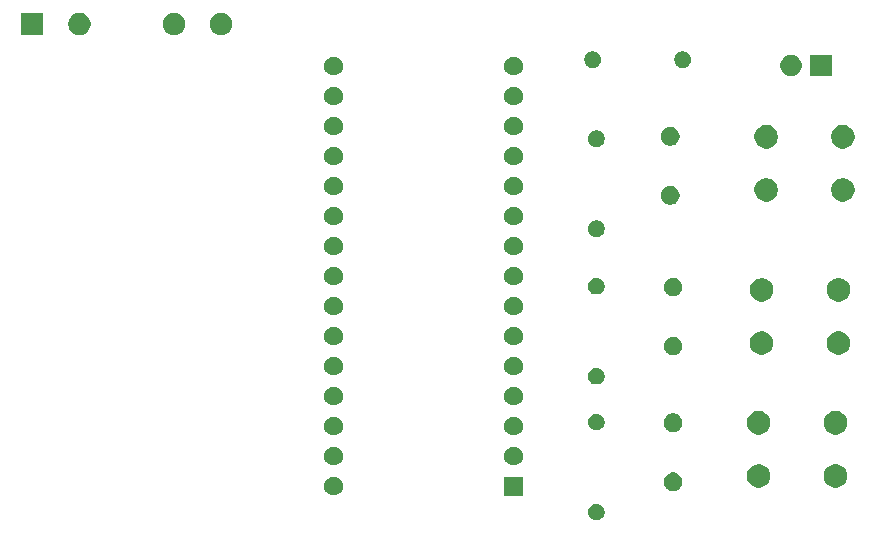
<source format=gbs>
G04 #@! TF.GenerationSoftware,KiCad,Pcbnew,9.0.4*
G04 #@! TF.CreationDate,2025-10-12T14:45:46+03:00*
G04 #@! TF.ProjectId,test_work_1,74657374-5f77-46f7-926b-5f312e6b6963,rev?*
G04 #@! TF.SameCoordinates,Original*
G04 #@! TF.FileFunction,Soldermask,Bot*
G04 #@! TF.FilePolarity,Negative*
%FSLAX46Y46*%
G04 Gerber Fmt 4.6, Leading zero omitted, Abs format (unit mm)*
G04 Created by KiCad (PCBNEW 9.0.4) date 2025-10-12 14:45:46*
%MOMM*%
%LPD*%
G01*
G04 APERTURE LIST*
G04 APERTURE END LIST*
G36*
X152703199Y-104640142D02*
G01*
X152829978Y-104692655D01*
X152944075Y-104768893D01*
X153041107Y-104865925D01*
X153117345Y-104980022D01*
X153169858Y-105106801D01*
X153196629Y-105241388D01*
X153196629Y-105378612D01*
X153169858Y-105513199D01*
X153117345Y-105639978D01*
X153041107Y-105754075D01*
X152944075Y-105851107D01*
X152829978Y-105927345D01*
X152703199Y-105979858D01*
X152568612Y-106006629D01*
X152431388Y-106006629D01*
X152296801Y-105979858D01*
X152170022Y-105927345D01*
X152055925Y-105851107D01*
X151958893Y-105754075D01*
X151882655Y-105639978D01*
X151830142Y-105513199D01*
X151803371Y-105378612D01*
X151803371Y-105241388D01*
X151830142Y-105106801D01*
X151882655Y-104980022D01*
X151958893Y-104865925D01*
X152055925Y-104768893D01*
X152170022Y-104692655D01*
X152296801Y-104640142D01*
X152431388Y-104613371D01*
X152568612Y-104613371D01*
X152703199Y-104640142D01*
G37*
G36*
X146290000Y-103910000D02*
G01*
X144690000Y-103910000D01*
X144690000Y-102310000D01*
X146290000Y-102310000D01*
X146290000Y-103910000D01*
G37*
G36*
X130482228Y-102344448D02*
G01*
X130627117Y-102404463D01*
X130757515Y-102491592D01*
X130868408Y-102602485D01*
X130955537Y-102732883D01*
X131015552Y-102877772D01*
X131046148Y-103031586D01*
X131046148Y-103188414D01*
X131015552Y-103342228D01*
X130955537Y-103487117D01*
X130868408Y-103617515D01*
X130757515Y-103728408D01*
X130627117Y-103815537D01*
X130482228Y-103875552D01*
X130328414Y-103906148D01*
X130171586Y-103906148D01*
X130017772Y-103875552D01*
X129872883Y-103815537D01*
X129742485Y-103728408D01*
X129631592Y-103617515D01*
X129544463Y-103487117D01*
X129484448Y-103342228D01*
X129453852Y-103188414D01*
X129453852Y-103031586D01*
X129484448Y-102877772D01*
X129544463Y-102732883D01*
X129631592Y-102602485D01*
X129742485Y-102491592D01*
X129872883Y-102404463D01*
X130017772Y-102344448D01*
X130171586Y-102313852D01*
X130328414Y-102313852D01*
X130482228Y-102344448D01*
G37*
G36*
X159232228Y-101984448D02*
G01*
X159377117Y-102044463D01*
X159507515Y-102131592D01*
X159618408Y-102242485D01*
X159705537Y-102372883D01*
X159765552Y-102517772D01*
X159796148Y-102671586D01*
X159796148Y-102828414D01*
X159765552Y-102982228D01*
X159705537Y-103127117D01*
X159618408Y-103257515D01*
X159507515Y-103368408D01*
X159377117Y-103455537D01*
X159232228Y-103515552D01*
X159078414Y-103546148D01*
X158921586Y-103546148D01*
X158767772Y-103515552D01*
X158622883Y-103455537D01*
X158492485Y-103368408D01*
X158381592Y-103257515D01*
X158294463Y-103127117D01*
X158234448Y-102982228D01*
X158203852Y-102828414D01*
X158203852Y-102671586D01*
X158234448Y-102517772D01*
X158294463Y-102372883D01*
X158381592Y-102242485D01*
X158492485Y-102131592D01*
X158622883Y-102044463D01*
X158767772Y-101984448D01*
X158921586Y-101953852D01*
X159078414Y-101953852D01*
X159232228Y-101984448D01*
G37*
G36*
X166540285Y-101293060D02*
G01*
X166721397Y-101368079D01*
X166884393Y-101476990D01*
X167023010Y-101615607D01*
X167131921Y-101778603D01*
X167206940Y-101959715D01*
X167245185Y-102151983D01*
X167245185Y-102348017D01*
X167206940Y-102540285D01*
X167131921Y-102721397D01*
X167023010Y-102884393D01*
X166884393Y-103023010D01*
X166721397Y-103131921D01*
X166540285Y-103206940D01*
X166348017Y-103245185D01*
X166151983Y-103245185D01*
X165959715Y-103206940D01*
X165778603Y-103131921D01*
X165615607Y-103023010D01*
X165476990Y-102884393D01*
X165368079Y-102721397D01*
X165293060Y-102540285D01*
X165254815Y-102348017D01*
X165254815Y-102151983D01*
X165293060Y-101959715D01*
X165368079Y-101778603D01*
X165476990Y-101615607D01*
X165615607Y-101476990D01*
X165778603Y-101368079D01*
X165959715Y-101293060D01*
X166151983Y-101254815D01*
X166348017Y-101254815D01*
X166540285Y-101293060D01*
G37*
G36*
X173040285Y-101293060D02*
G01*
X173221397Y-101368079D01*
X173384393Y-101476990D01*
X173523010Y-101615607D01*
X173631921Y-101778603D01*
X173706940Y-101959715D01*
X173745185Y-102151983D01*
X173745185Y-102348017D01*
X173706940Y-102540285D01*
X173631921Y-102721397D01*
X173523010Y-102884393D01*
X173384393Y-103023010D01*
X173221397Y-103131921D01*
X173040285Y-103206940D01*
X172848017Y-103245185D01*
X172651983Y-103245185D01*
X172459715Y-103206940D01*
X172278603Y-103131921D01*
X172115607Y-103023010D01*
X171976990Y-102884393D01*
X171868079Y-102721397D01*
X171793060Y-102540285D01*
X171754815Y-102348017D01*
X171754815Y-102151983D01*
X171793060Y-101959715D01*
X171868079Y-101778603D01*
X171976990Y-101615607D01*
X172115607Y-101476990D01*
X172278603Y-101368079D01*
X172459715Y-101293060D01*
X172651983Y-101254815D01*
X172848017Y-101254815D01*
X173040285Y-101293060D01*
G37*
G36*
X130482228Y-99804448D02*
G01*
X130627117Y-99864463D01*
X130757515Y-99951592D01*
X130868408Y-100062485D01*
X130955537Y-100192883D01*
X131015552Y-100337772D01*
X131046148Y-100491586D01*
X131046148Y-100648414D01*
X131015552Y-100802228D01*
X130955537Y-100947117D01*
X130868408Y-101077515D01*
X130757515Y-101188408D01*
X130627117Y-101275537D01*
X130482228Y-101335552D01*
X130328414Y-101366148D01*
X130171586Y-101366148D01*
X130017772Y-101335552D01*
X129872883Y-101275537D01*
X129742485Y-101188408D01*
X129631592Y-101077515D01*
X129544463Y-100947117D01*
X129484448Y-100802228D01*
X129453852Y-100648414D01*
X129453852Y-100491586D01*
X129484448Y-100337772D01*
X129544463Y-100192883D01*
X129631592Y-100062485D01*
X129742485Y-99951592D01*
X129872883Y-99864463D01*
X130017772Y-99804448D01*
X130171586Y-99773852D01*
X130328414Y-99773852D01*
X130482228Y-99804448D01*
G37*
G36*
X145722228Y-99804448D02*
G01*
X145867117Y-99864463D01*
X145997515Y-99951592D01*
X146108408Y-100062485D01*
X146195537Y-100192883D01*
X146255552Y-100337772D01*
X146286148Y-100491586D01*
X146286148Y-100648414D01*
X146255552Y-100802228D01*
X146195537Y-100947117D01*
X146108408Y-101077515D01*
X145997515Y-101188408D01*
X145867117Y-101275537D01*
X145722228Y-101335552D01*
X145568414Y-101366148D01*
X145411586Y-101366148D01*
X145257772Y-101335552D01*
X145112883Y-101275537D01*
X144982485Y-101188408D01*
X144871592Y-101077515D01*
X144784463Y-100947117D01*
X144724448Y-100802228D01*
X144693852Y-100648414D01*
X144693852Y-100491586D01*
X144724448Y-100337772D01*
X144784463Y-100192883D01*
X144871592Y-100062485D01*
X144982485Y-99951592D01*
X145112883Y-99864463D01*
X145257772Y-99804448D01*
X145411586Y-99773852D01*
X145568414Y-99773852D01*
X145722228Y-99804448D01*
G37*
G36*
X130482228Y-97264448D02*
G01*
X130627117Y-97324463D01*
X130757515Y-97411592D01*
X130868408Y-97522485D01*
X130955537Y-97652883D01*
X131015552Y-97797772D01*
X131046148Y-97951586D01*
X131046148Y-98108414D01*
X131015552Y-98262228D01*
X130955537Y-98407117D01*
X130868408Y-98537515D01*
X130757515Y-98648408D01*
X130627117Y-98735537D01*
X130482228Y-98795552D01*
X130328414Y-98826148D01*
X130171586Y-98826148D01*
X130017772Y-98795552D01*
X129872883Y-98735537D01*
X129742485Y-98648408D01*
X129631592Y-98537515D01*
X129544463Y-98407117D01*
X129484448Y-98262228D01*
X129453852Y-98108414D01*
X129453852Y-97951586D01*
X129484448Y-97797772D01*
X129544463Y-97652883D01*
X129631592Y-97522485D01*
X129742485Y-97411592D01*
X129872883Y-97324463D01*
X130017772Y-97264448D01*
X130171586Y-97233852D01*
X130328414Y-97233852D01*
X130482228Y-97264448D01*
G37*
G36*
X145722228Y-97264448D02*
G01*
X145867117Y-97324463D01*
X145997515Y-97411592D01*
X146108408Y-97522485D01*
X146195537Y-97652883D01*
X146255552Y-97797772D01*
X146286148Y-97951586D01*
X146286148Y-98108414D01*
X146255552Y-98262228D01*
X146195537Y-98407117D01*
X146108408Y-98537515D01*
X145997515Y-98648408D01*
X145867117Y-98735537D01*
X145722228Y-98795552D01*
X145568414Y-98826148D01*
X145411586Y-98826148D01*
X145257772Y-98795552D01*
X145112883Y-98735537D01*
X144982485Y-98648408D01*
X144871592Y-98537515D01*
X144784463Y-98407117D01*
X144724448Y-98262228D01*
X144693852Y-98108414D01*
X144693852Y-97951586D01*
X144724448Y-97797772D01*
X144784463Y-97652883D01*
X144871592Y-97522485D01*
X144982485Y-97411592D01*
X145112883Y-97324463D01*
X145257772Y-97264448D01*
X145411586Y-97233852D01*
X145568414Y-97233852D01*
X145722228Y-97264448D01*
G37*
G36*
X166540285Y-96793060D02*
G01*
X166721397Y-96868079D01*
X166884393Y-96976990D01*
X167023010Y-97115607D01*
X167131921Y-97278603D01*
X167206940Y-97459715D01*
X167245185Y-97651983D01*
X167245185Y-97848017D01*
X167206940Y-98040285D01*
X167131921Y-98221397D01*
X167023010Y-98384393D01*
X166884393Y-98523010D01*
X166721397Y-98631921D01*
X166540285Y-98706940D01*
X166348017Y-98745185D01*
X166151983Y-98745185D01*
X165959715Y-98706940D01*
X165778603Y-98631921D01*
X165615607Y-98523010D01*
X165476990Y-98384393D01*
X165368079Y-98221397D01*
X165293060Y-98040285D01*
X165254815Y-97848017D01*
X165254815Y-97651983D01*
X165293060Y-97459715D01*
X165368079Y-97278603D01*
X165476990Y-97115607D01*
X165615607Y-96976990D01*
X165778603Y-96868079D01*
X165959715Y-96793060D01*
X166151983Y-96754815D01*
X166348017Y-96754815D01*
X166540285Y-96793060D01*
G37*
G36*
X173040285Y-96793060D02*
G01*
X173221397Y-96868079D01*
X173384393Y-96976990D01*
X173523010Y-97115607D01*
X173631921Y-97278603D01*
X173706940Y-97459715D01*
X173745185Y-97651983D01*
X173745185Y-97848017D01*
X173706940Y-98040285D01*
X173631921Y-98221397D01*
X173523010Y-98384393D01*
X173384393Y-98523010D01*
X173221397Y-98631921D01*
X173040285Y-98706940D01*
X172848017Y-98745185D01*
X172651983Y-98745185D01*
X172459715Y-98706940D01*
X172278603Y-98631921D01*
X172115607Y-98523010D01*
X171976990Y-98384393D01*
X171868079Y-98221397D01*
X171793060Y-98040285D01*
X171754815Y-97848017D01*
X171754815Y-97651983D01*
X171793060Y-97459715D01*
X171868079Y-97278603D01*
X171976990Y-97115607D01*
X172115607Y-96976990D01*
X172278603Y-96868079D01*
X172459715Y-96793060D01*
X172651983Y-96754815D01*
X172848017Y-96754815D01*
X173040285Y-96793060D01*
G37*
G36*
X159232228Y-96984448D02*
G01*
X159377117Y-97044463D01*
X159507515Y-97131592D01*
X159618408Y-97242485D01*
X159705537Y-97372883D01*
X159765552Y-97517772D01*
X159796148Y-97671586D01*
X159796148Y-97828414D01*
X159765552Y-97982228D01*
X159705537Y-98127117D01*
X159618408Y-98257515D01*
X159507515Y-98368408D01*
X159377117Y-98455537D01*
X159232228Y-98515552D01*
X159078414Y-98546148D01*
X158921586Y-98546148D01*
X158767772Y-98515552D01*
X158622883Y-98455537D01*
X158492485Y-98368408D01*
X158381592Y-98257515D01*
X158294463Y-98127117D01*
X158234448Y-97982228D01*
X158203852Y-97828414D01*
X158203852Y-97671586D01*
X158234448Y-97517772D01*
X158294463Y-97372883D01*
X158381592Y-97242485D01*
X158492485Y-97131592D01*
X158622883Y-97044463D01*
X158767772Y-96984448D01*
X158921586Y-96953852D01*
X159078414Y-96953852D01*
X159232228Y-96984448D01*
G37*
G36*
X152703199Y-97020142D02*
G01*
X152829978Y-97072655D01*
X152944075Y-97148893D01*
X153041107Y-97245925D01*
X153117345Y-97360022D01*
X153169858Y-97486801D01*
X153196629Y-97621388D01*
X153196629Y-97758612D01*
X153169858Y-97893199D01*
X153117345Y-98019978D01*
X153041107Y-98134075D01*
X152944075Y-98231107D01*
X152829978Y-98307345D01*
X152703199Y-98359858D01*
X152568612Y-98386629D01*
X152431388Y-98386629D01*
X152296801Y-98359858D01*
X152170022Y-98307345D01*
X152055925Y-98231107D01*
X151958893Y-98134075D01*
X151882655Y-98019978D01*
X151830142Y-97893199D01*
X151803371Y-97758612D01*
X151803371Y-97621388D01*
X151830142Y-97486801D01*
X151882655Y-97360022D01*
X151958893Y-97245925D01*
X152055925Y-97148893D01*
X152170022Y-97072655D01*
X152296801Y-97020142D01*
X152431388Y-96993371D01*
X152568612Y-96993371D01*
X152703199Y-97020142D01*
G37*
G36*
X130482228Y-94724448D02*
G01*
X130627117Y-94784463D01*
X130757515Y-94871592D01*
X130868408Y-94982485D01*
X130955537Y-95112883D01*
X131015552Y-95257772D01*
X131046148Y-95411586D01*
X131046148Y-95568414D01*
X131015552Y-95722228D01*
X130955537Y-95867117D01*
X130868408Y-95997515D01*
X130757515Y-96108408D01*
X130627117Y-96195537D01*
X130482228Y-96255552D01*
X130328414Y-96286148D01*
X130171586Y-96286148D01*
X130017772Y-96255552D01*
X129872883Y-96195537D01*
X129742485Y-96108408D01*
X129631592Y-95997515D01*
X129544463Y-95867117D01*
X129484448Y-95722228D01*
X129453852Y-95568414D01*
X129453852Y-95411586D01*
X129484448Y-95257772D01*
X129544463Y-95112883D01*
X129631592Y-94982485D01*
X129742485Y-94871592D01*
X129872883Y-94784463D01*
X130017772Y-94724448D01*
X130171586Y-94693852D01*
X130328414Y-94693852D01*
X130482228Y-94724448D01*
G37*
G36*
X145722228Y-94724448D02*
G01*
X145867117Y-94784463D01*
X145997515Y-94871592D01*
X146108408Y-94982485D01*
X146195537Y-95112883D01*
X146255552Y-95257772D01*
X146286148Y-95411586D01*
X146286148Y-95568414D01*
X146255552Y-95722228D01*
X146195537Y-95867117D01*
X146108408Y-95997515D01*
X145997515Y-96108408D01*
X145867117Y-96195537D01*
X145722228Y-96255552D01*
X145568414Y-96286148D01*
X145411586Y-96286148D01*
X145257772Y-96255552D01*
X145112883Y-96195537D01*
X144982485Y-96108408D01*
X144871592Y-95997515D01*
X144784463Y-95867117D01*
X144724448Y-95722228D01*
X144693852Y-95568414D01*
X144693852Y-95411586D01*
X144724448Y-95257772D01*
X144784463Y-95112883D01*
X144871592Y-94982485D01*
X144982485Y-94871592D01*
X145112883Y-94784463D01*
X145257772Y-94724448D01*
X145411586Y-94693852D01*
X145568414Y-94693852D01*
X145722228Y-94724448D01*
G37*
G36*
X152703199Y-93140142D02*
G01*
X152829978Y-93192655D01*
X152944075Y-93268893D01*
X153041107Y-93365925D01*
X153117345Y-93480022D01*
X153169858Y-93606801D01*
X153196629Y-93741388D01*
X153196629Y-93878612D01*
X153169858Y-94013199D01*
X153117345Y-94139978D01*
X153041107Y-94254075D01*
X152944075Y-94351107D01*
X152829978Y-94427345D01*
X152703199Y-94479858D01*
X152568612Y-94506629D01*
X152431388Y-94506629D01*
X152296801Y-94479858D01*
X152170022Y-94427345D01*
X152055925Y-94351107D01*
X151958893Y-94254075D01*
X151882655Y-94139978D01*
X151830142Y-94013199D01*
X151803371Y-93878612D01*
X151803371Y-93741388D01*
X151830142Y-93606801D01*
X151882655Y-93480022D01*
X151958893Y-93365925D01*
X152055925Y-93268893D01*
X152170022Y-93192655D01*
X152296801Y-93140142D01*
X152431388Y-93113371D01*
X152568612Y-93113371D01*
X152703199Y-93140142D01*
G37*
G36*
X130482228Y-92184448D02*
G01*
X130627117Y-92244463D01*
X130757515Y-92331592D01*
X130868408Y-92442485D01*
X130955537Y-92572883D01*
X131015552Y-92717772D01*
X131046148Y-92871586D01*
X131046148Y-93028414D01*
X131015552Y-93182228D01*
X130955537Y-93327117D01*
X130868408Y-93457515D01*
X130757515Y-93568408D01*
X130627117Y-93655537D01*
X130482228Y-93715552D01*
X130328414Y-93746148D01*
X130171586Y-93746148D01*
X130017772Y-93715552D01*
X129872883Y-93655537D01*
X129742485Y-93568408D01*
X129631592Y-93457515D01*
X129544463Y-93327117D01*
X129484448Y-93182228D01*
X129453852Y-93028414D01*
X129453852Y-92871586D01*
X129484448Y-92717772D01*
X129544463Y-92572883D01*
X129631592Y-92442485D01*
X129742485Y-92331592D01*
X129872883Y-92244463D01*
X130017772Y-92184448D01*
X130171586Y-92153852D01*
X130328414Y-92153852D01*
X130482228Y-92184448D01*
G37*
G36*
X145722228Y-92184448D02*
G01*
X145867117Y-92244463D01*
X145997515Y-92331592D01*
X146108408Y-92442485D01*
X146195537Y-92572883D01*
X146255552Y-92717772D01*
X146286148Y-92871586D01*
X146286148Y-93028414D01*
X146255552Y-93182228D01*
X146195537Y-93327117D01*
X146108408Y-93457515D01*
X145997515Y-93568408D01*
X145867117Y-93655537D01*
X145722228Y-93715552D01*
X145568414Y-93746148D01*
X145411586Y-93746148D01*
X145257772Y-93715552D01*
X145112883Y-93655537D01*
X144982485Y-93568408D01*
X144871592Y-93457515D01*
X144784463Y-93327117D01*
X144724448Y-93182228D01*
X144693852Y-93028414D01*
X144693852Y-92871586D01*
X144724448Y-92717772D01*
X144784463Y-92572883D01*
X144871592Y-92442485D01*
X144982485Y-92331592D01*
X145112883Y-92244463D01*
X145257772Y-92184448D01*
X145411586Y-92153852D01*
X145568414Y-92153852D01*
X145722228Y-92184448D01*
G37*
G36*
X159232228Y-90484448D02*
G01*
X159377117Y-90544463D01*
X159507515Y-90631592D01*
X159618408Y-90742485D01*
X159705537Y-90872883D01*
X159765552Y-91017772D01*
X159796148Y-91171586D01*
X159796148Y-91328414D01*
X159765552Y-91482228D01*
X159705537Y-91627117D01*
X159618408Y-91757515D01*
X159507515Y-91868408D01*
X159377117Y-91955537D01*
X159232228Y-92015552D01*
X159078414Y-92046148D01*
X158921586Y-92046148D01*
X158767772Y-92015552D01*
X158622883Y-91955537D01*
X158492485Y-91868408D01*
X158381592Y-91757515D01*
X158294463Y-91627117D01*
X158234448Y-91482228D01*
X158203852Y-91328414D01*
X158203852Y-91171586D01*
X158234448Y-91017772D01*
X158294463Y-90872883D01*
X158381592Y-90742485D01*
X158492485Y-90631592D01*
X158622883Y-90544463D01*
X158767772Y-90484448D01*
X158921586Y-90453852D01*
X159078414Y-90453852D01*
X159232228Y-90484448D01*
G37*
G36*
X166790285Y-90043060D02*
G01*
X166971397Y-90118079D01*
X167134393Y-90226990D01*
X167273010Y-90365607D01*
X167381921Y-90528603D01*
X167456940Y-90709715D01*
X167495185Y-90901983D01*
X167495185Y-91098017D01*
X167456940Y-91290285D01*
X167381921Y-91471397D01*
X167273010Y-91634393D01*
X167134393Y-91773010D01*
X166971397Y-91881921D01*
X166790285Y-91956940D01*
X166598017Y-91995185D01*
X166401983Y-91995185D01*
X166209715Y-91956940D01*
X166028603Y-91881921D01*
X165865607Y-91773010D01*
X165726990Y-91634393D01*
X165618079Y-91471397D01*
X165543060Y-91290285D01*
X165504815Y-91098017D01*
X165504815Y-90901983D01*
X165543060Y-90709715D01*
X165618079Y-90528603D01*
X165726990Y-90365607D01*
X165865607Y-90226990D01*
X166028603Y-90118079D01*
X166209715Y-90043060D01*
X166401983Y-90004815D01*
X166598017Y-90004815D01*
X166790285Y-90043060D01*
G37*
G36*
X173290285Y-90043060D02*
G01*
X173471397Y-90118079D01*
X173634393Y-90226990D01*
X173773010Y-90365607D01*
X173881921Y-90528603D01*
X173956940Y-90709715D01*
X173995185Y-90901983D01*
X173995185Y-91098017D01*
X173956940Y-91290285D01*
X173881921Y-91471397D01*
X173773010Y-91634393D01*
X173634393Y-91773010D01*
X173471397Y-91881921D01*
X173290285Y-91956940D01*
X173098017Y-91995185D01*
X172901983Y-91995185D01*
X172709715Y-91956940D01*
X172528603Y-91881921D01*
X172365607Y-91773010D01*
X172226990Y-91634393D01*
X172118079Y-91471397D01*
X172043060Y-91290285D01*
X172004815Y-91098017D01*
X172004815Y-90901983D01*
X172043060Y-90709715D01*
X172118079Y-90528603D01*
X172226990Y-90365607D01*
X172365607Y-90226990D01*
X172528603Y-90118079D01*
X172709715Y-90043060D01*
X172901983Y-90004815D01*
X173098017Y-90004815D01*
X173290285Y-90043060D01*
G37*
G36*
X130482228Y-89644448D02*
G01*
X130627117Y-89704463D01*
X130757515Y-89791592D01*
X130868408Y-89902485D01*
X130955537Y-90032883D01*
X131015552Y-90177772D01*
X131046148Y-90331586D01*
X131046148Y-90488414D01*
X131015552Y-90642228D01*
X130955537Y-90787117D01*
X130868408Y-90917515D01*
X130757515Y-91028408D01*
X130627117Y-91115537D01*
X130482228Y-91175552D01*
X130328414Y-91206148D01*
X130171586Y-91206148D01*
X130017772Y-91175552D01*
X129872883Y-91115537D01*
X129742485Y-91028408D01*
X129631592Y-90917515D01*
X129544463Y-90787117D01*
X129484448Y-90642228D01*
X129453852Y-90488414D01*
X129453852Y-90331586D01*
X129484448Y-90177772D01*
X129544463Y-90032883D01*
X129631592Y-89902485D01*
X129742485Y-89791592D01*
X129872883Y-89704463D01*
X130017772Y-89644448D01*
X130171586Y-89613852D01*
X130328414Y-89613852D01*
X130482228Y-89644448D01*
G37*
G36*
X145722228Y-89644448D02*
G01*
X145867117Y-89704463D01*
X145997515Y-89791592D01*
X146108408Y-89902485D01*
X146195537Y-90032883D01*
X146255552Y-90177772D01*
X146286148Y-90331586D01*
X146286148Y-90488414D01*
X146255552Y-90642228D01*
X146195537Y-90787117D01*
X146108408Y-90917515D01*
X145997515Y-91028408D01*
X145867117Y-91115537D01*
X145722228Y-91175552D01*
X145568414Y-91206148D01*
X145411586Y-91206148D01*
X145257772Y-91175552D01*
X145112883Y-91115537D01*
X144982485Y-91028408D01*
X144871592Y-90917515D01*
X144784463Y-90787117D01*
X144724448Y-90642228D01*
X144693852Y-90488414D01*
X144693852Y-90331586D01*
X144724448Y-90177772D01*
X144784463Y-90032883D01*
X144871592Y-89902485D01*
X144982485Y-89791592D01*
X145112883Y-89704463D01*
X145257772Y-89644448D01*
X145411586Y-89613852D01*
X145568414Y-89613852D01*
X145722228Y-89644448D01*
G37*
G36*
X130482228Y-87104448D02*
G01*
X130627117Y-87164463D01*
X130757515Y-87251592D01*
X130868408Y-87362485D01*
X130955537Y-87492883D01*
X131015552Y-87637772D01*
X131046148Y-87791586D01*
X131046148Y-87948414D01*
X131015552Y-88102228D01*
X130955537Y-88247117D01*
X130868408Y-88377515D01*
X130757515Y-88488408D01*
X130627117Y-88575537D01*
X130482228Y-88635552D01*
X130328414Y-88666148D01*
X130171586Y-88666148D01*
X130017772Y-88635552D01*
X129872883Y-88575537D01*
X129742485Y-88488408D01*
X129631592Y-88377515D01*
X129544463Y-88247117D01*
X129484448Y-88102228D01*
X129453852Y-87948414D01*
X129453852Y-87791586D01*
X129484448Y-87637772D01*
X129544463Y-87492883D01*
X129631592Y-87362485D01*
X129742485Y-87251592D01*
X129872883Y-87164463D01*
X130017772Y-87104448D01*
X130171586Y-87073852D01*
X130328414Y-87073852D01*
X130482228Y-87104448D01*
G37*
G36*
X145722228Y-87104448D02*
G01*
X145867117Y-87164463D01*
X145997515Y-87251592D01*
X146108408Y-87362485D01*
X146195537Y-87492883D01*
X146255552Y-87637772D01*
X146286148Y-87791586D01*
X146286148Y-87948414D01*
X146255552Y-88102228D01*
X146195537Y-88247117D01*
X146108408Y-88377515D01*
X145997515Y-88488408D01*
X145867117Y-88575537D01*
X145722228Y-88635552D01*
X145568414Y-88666148D01*
X145411586Y-88666148D01*
X145257772Y-88635552D01*
X145112883Y-88575537D01*
X144982485Y-88488408D01*
X144871592Y-88377515D01*
X144784463Y-88247117D01*
X144724448Y-88102228D01*
X144693852Y-87948414D01*
X144693852Y-87791586D01*
X144724448Y-87637772D01*
X144784463Y-87492883D01*
X144871592Y-87362485D01*
X144982485Y-87251592D01*
X145112883Y-87164463D01*
X145257772Y-87104448D01*
X145411586Y-87073852D01*
X145568414Y-87073852D01*
X145722228Y-87104448D01*
G37*
G36*
X166790285Y-85543060D02*
G01*
X166971397Y-85618079D01*
X167134393Y-85726990D01*
X167273010Y-85865607D01*
X167381921Y-86028603D01*
X167456940Y-86209715D01*
X167495185Y-86401983D01*
X167495185Y-86598017D01*
X167456940Y-86790285D01*
X167381921Y-86971397D01*
X167273010Y-87134393D01*
X167134393Y-87273010D01*
X166971397Y-87381921D01*
X166790285Y-87456940D01*
X166598017Y-87495185D01*
X166401983Y-87495185D01*
X166209715Y-87456940D01*
X166028603Y-87381921D01*
X165865607Y-87273010D01*
X165726990Y-87134393D01*
X165618079Y-86971397D01*
X165543060Y-86790285D01*
X165504815Y-86598017D01*
X165504815Y-86401983D01*
X165543060Y-86209715D01*
X165618079Y-86028603D01*
X165726990Y-85865607D01*
X165865607Y-85726990D01*
X166028603Y-85618079D01*
X166209715Y-85543060D01*
X166401983Y-85504815D01*
X166598017Y-85504815D01*
X166790285Y-85543060D01*
G37*
G36*
X173290285Y-85543060D02*
G01*
X173471397Y-85618079D01*
X173634393Y-85726990D01*
X173773010Y-85865607D01*
X173881921Y-86028603D01*
X173956940Y-86209715D01*
X173995185Y-86401983D01*
X173995185Y-86598017D01*
X173956940Y-86790285D01*
X173881921Y-86971397D01*
X173773010Y-87134393D01*
X173634393Y-87273010D01*
X173471397Y-87381921D01*
X173290285Y-87456940D01*
X173098017Y-87495185D01*
X172901983Y-87495185D01*
X172709715Y-87456940D01*
X172528603Y-87381921D01*
X172365607Y-87273010D01*
X172226990Y-87134393D01*
X172118079Y-86971397D01*
X172043060Y-86790285D01*
X172004815Y-86598017D01*
X172004815Y-86401983D01*
X172043060Y-86209715D01*
X172118079Y-86028603D01*
X172226990Y-85865607D01*
X172365607Y-85726990D01*
X172528603Y-85618079D01*
X172709715Y-85543060D01*
X172901983Y-85504815D01*
X173098017Y-85504815D01*
X173290285Y-85543060D01*
G37*
G36*
X159232228Y-85484448D02*
G01*
X159377117Y-85544463D01*
X159507515Y-85631592D01*
X159618408Y-85742485D01*
X159705537Y-85872883D01*
X159765552Y-86017772D01*
X159796148Y-86171586D01*
X159796148Y-86328414D01*
X159765552Y-86482228D01*
X159705537Y-86627117D01*
X159618408Y-86757515D01*
X159507515Y-86868408D01*
X159377117Y-86955537D01*
X159232228Y-87015552D01*
X159078414Y-87046148D01*
X158921586Y-87046148D01*
X158767772Y-87015552D01*
X158622883Y-86955537D01*
X158492485Y-86868408D01*
X158381592Y-86757515D01*
X158294463Y-86627117D01*
X158234448Y-86482228D01*
X158203852Y-86328414D01*
X158203852Y-86171586D01*
X158234448Y-86017772D01*
X158294463Y-85872883D01*
X158381592Y-85742485D01*
X158492485Y-85631592D01*
X158622883Y-85544463D01*
X158767772Y-85484448D01*
X158921586Y-85453852D01*
X159078414Y-85453852D01*
X159232228Y-85484448D01*
G37*
G36*
X152703199Y-85520142D02*
G01*
X152829978Y-85572655D01*
X152944075Y-85648893D01*
X153041107Y-85745925D01*
X153117345Y-85860022D01*
X153169858Y-85986801D01*
X153196629Y-86121388D01*
X153196629Y-86258612D01*
X153169858Y-86393199D01*
X153117345Y-86519978D01*
X153041107Y-86634075D01*
X152944075Y-86731107D01*
X152829978Y-86807345D01*
X152703199Y-86859858D01*
X152568612Y-86886629D01*
X152431388Y-86886629D01*
X152296801Y-86859858D01*
X152170022Y-86807345D01*
X152055925Y-86731107D01*
X151958893Y-86634075D01*
X151882655Y-86519978D01*
X151830142Y-86393199D01*
X151803371Y-86258612D01*
X151803371Y-86121388D01*
X151830142Y-85986801D01*
X151882655Y-85860022D01*
X151958893Y-85745925D01*
X152055925Y-85648893D01*
X152170022Y-85572655D01*
X152296801Y-85520142D01*
X152431388Y-85493371D01*
X152568612Y-85493371D01*
X152703199Y-85520142D01*
G37*
G36*
X130482228Y-84564448D02*
G01*
X130627117Y-84624463D01*
X130757515Y-84711592D01*
X130868408Y-84822485D01*
X130955537Y-84952883D01*
X131015552Y-85097772D01*
X131046148Y-85251586D01*
X131046148Y-85408414D01*
X131015552Y-85562228D01*
X130955537Y-85707117D01*
X130868408Y-85837515D01*
X130757515Y-85948408D01*
X130627117Y-86035537D01*
X130482228Y-86095552D01*
X130328414Y-86126148D01*
X130171586Y-86126148D01*
X130017772Y-86095552D01*
X129872883Y-86035537D01*
X129742485Y-85948408D01*
X129631592Y-85837515D01*
X129544463Y-85707117D01*
X129484448Y-85562228D01*
X129453852Y-85408414D01*
X129453852Y-85251586D01*
X129484448Y-85097772D01*
X129544463Y-84952883D01*
X129631592Y-84822485D01*
X129742485Y-84711592D01*
X129872883Y-84624463D01*
X130017772Y-84564448D01*
X130171586Y-84533852D01*
X130328414Y-84533852D01*
X130482228Y-84564448D01*
G37*
G36*
X145722228Y-84564448D02*
G01*
X145867117Y-84624463D01*
X145997515Y-84711592D01*
X146108408Y-84822485D01*
X146195537Y-84952883D01*
X146255552Y-85097772D01*
X146286148Y-85251586D01*
X146286148Y-85408414D01*
X146255552Y-85562228D01*
X146195537Y-85707117D01*
X146108408Y-85837515D01*
X145997515Y-85948408D01*
X145867117Y-86035537D01*
X145722228Y-86095552D01*
X145568414Y-86126148D01*
X145411586Y-86126148D01*
X145257772Y-86095552D01*
X145112883Y-86035537D01*
X144982485Y-85948408D01*
X144871592Y-85837515D01*
X144784463Y-85707117D01*
X144724448Y-85562228D01*
X144693852Y-85408414D01*
X144693852Y-85251586D01*
X144724448Y-85097772D01*
X144784463Y-84952883D01*
X144871592Y-84822485D01*
X144982485Y-84711592D01*
X145112883Y-84624463D01*
X145257772Y-84564448D01*
X145411586Y-84533852D01*
X145568414Y-84533852D01*
X145722228Y-84564448D01*
G37*
G36*
X130482228Y-82024448D02*
G01*
X130627117Y-82084463D01*
X130757515Y-82171592D01*
X130868408Y-82282485D01*
X130955537Y-82412883D01*
X131015552Y-82557772D01*
X131046148Y-82711586D01*
X131046148Y-82868414D01*
X131015552Y-83022228D01*
X130955537Y-83167117D01*
X130868408Y-83297515D01*
X130757515Y-83408408D01*
X130627117Y-83495537D01*
X130482228Y-83555552D01*
X130328414Y-83586148D01*
X130171586Y-83586148D01*
X130017772Y-83555552D01*
X129872883Y-83495537D01*
X129742485Y-83408408D01*
X129631592Y-83297515D01*
X129544463Y-83167117D01*
X129484448Y-83022228D01*
X129453852Y-82868414D01*
X129453852Y-82711586D01*
X129484448Y-82557772D01*
X129544463Y-82412883D01*
X129631592Y-82282485D01*
X129742485Y-82171592D01*
X129872883Y-82084463D01*
X130017772Y-82024448D01*
X130171586Y-81993852D01*
X130328414Y-81993852D01*
X130482228Y-82024448D01*
G37*
G36*
X145722228Y-82024448D02*
G01*
X145867117Y-82084463D01*
X145997515Y-82171592D01*
X146108408Y-82282485D01*
X146195537Y-82412883D01*
X146255552Y-82557772D01*
X146286148Y-82711586D01*
X146286148Y-82868414D01*
X146255552Y-83022228D01*
X146195537Y-83167117D01*
X146108408Y-83297515D01*
X145997515Y-83408408D01*
X145867117Y-83495537D01*
X145722228Y-83555552D01*
X145568414Y-83586148D01*
X145411586Y-83586148D01*
X145257772Y-83555552D01*
X145112883Y-83495537D01*
X144982485Y-83408408D01*
X144871592Y-83297515D01*
X144784463Y-83167117D01*
X144724448Y-83022228D01*
X144693852Y-82868414D01*
X144693852Y-82711586D01*
X144724448Y-82557772D01*
X144784463Y-82412883D01*
X144871592Y-82282485D01*
X144982485Y-82171592D01*
X145112883Y-82084463D01*
X145257772Y-82024448D01*
X145411586Y-81993852D01*
X145568414Y-81993852D01*
X145722228Y-82024448D01*
G37*
G36*
X152703199Y-80640142D02*
G01*
X152829978Y-80692655D01*
X152944075Y-80768893D01*
X153041107Y-80865925D01*
X153117345Y-80980022D01*
X153169858Y-81106801D01*
X153196629Y-81241388D01*
X153196629Y-81378612D01*
X153169858Y-81513199D01*
X153117345Y-81639978D01*
X153041107Y-81754075D01*
X152944075Y-81851107D01*
X152829978Y-81927345D01*
X152703199Y-81979858D01*
X152568612Y-82006629D01*
X152431388Y-82006629D01*
X152296801Y-81979858D01*
X152170022Y-81927345D01*
X152055925Y-81851107D01*
X151958893Y-81754075D01*
X151882655Y-81639978D01*
X151830142Y-81513199D01*
X151803371Y-81378612D01*
X151803371Y-81241388D01*
X151830142Y-81106801D01*
X151882655Y-80980022D01*
X151958893Y-80865925D01*
X152055925Y-80768893D01*
X152170022Y-80692655D01*
X152296801Y-80640142D01*
X152431388Y-80613371D01*
X152568612Y-80613371D01*
X152703199Y-80640142D01*
G37*
G36*
X130482228Y-79484448D02*
G01*
X130627117Y-79544463D01*
X130757515Y-79631592D01*
X130868408Y-79742485D01*
X130955537Y-79872883D01*
X131015552Y-80017772D01*
X131046148Y-80171586D01*
X131046148Y-80328414D01*
X131015552Y-80482228D01*
X130955537Y-80627117D01*
X130868408Y-80757515D01*
X130757515Y-80868408D01*
X130627117Y-80955537D01*
X130482228Y-81015552D01*
X130328414Y-81046148D01*
X130171586Y-81046148D01*
X130017772Y-81015552D01*
X129872883Y-80955537D01*
X129742485Y-80868408D01*
X129631592Y-80757515D01*
X129544463Y-80627117D01*
X129484448Y-80482228D01*
X129453852Y-80328414D01*
X129453852Y-80171586D01*
X129484448Y-80017772D01*
X129544463Y-79872883D01*
X129631592Y-79742485D01*
X129742485Y-79631592D01*
X129872883Y-79544463D01*
X130017772Y-79484448D01*
X130171586Y-79453852D01*
X130328414Y-79453852D01*
X130482228Y-79484448D01*
G37*
G36*
X145722228Y-79484448D02*
G01*
X145867117Y-79544463D01*
X145997515Y-79631592D01*
X146108408Y-79742485D01*
X146195537Y-79872883D01*
X146255552Y-80017772D01*
X146286148Y-80171586D01*
X146286148Y-80328414D01*
X146255552Y-80482228D01*
X146195537Y-80627117D01*
X146108408Y-80757515D01*
X145997515Y-80868408D01*
X145867117Y-80955537D01*
X145722228Y-81015552D01*
X145568414Y-81046148D01*
X145411586Y-81046148D01*
X145257772Y-81015552D01*
X145112883Y-80955537D01*
X144982485Y-80868408D01*
X144871592Y-80757515D01*
X144784463Y-80627117D01*
X144724448Y-80482228D01*
X144693852Y-80328414D01*
X144693852Y-80171586D01*
X144724448Y-80017772D01*
X144784463Y-79872883D01*
X144871592Y-79742485D01*
X144982485Y-79631592D01*
X145112883Y-79544463D01*
X145257772Y-79484448D01*
X145411586Y-79453852D01*
X145568414Y-79453852D01*
X145722228Y-79484448D01*
G37*
G36*
X158982228Y-77734448D02*
G01*
X159127117Y-77794463D01*
X159257515Y-77881592D01*
X159368408Y-77992485D01*
X159455537Y-78122883D01*
X159515552Y-78267772D01*
X159546148Y-78421586D01*
X159546148Y-78578414D01*
X159515552Y-78732228D01*
X159455537Y-78877117D01*
X159368408Y-79007515D01*
X159257515Y-79118408D01*
X159127117Y-79205537D01*
X158982228Y-79265552D01*
X158828414Y-79296148D01*
X158671586Y-79296148D01*
X158517772Y-79265552D01*
X158372883Y-79205537D01*
X158242485Y-79118408D01*
X158131592Y-79007515D01*
X158044463Y-78877117D01*
X157984448Y-78732228D01*
X157953852Y-78578414D01*
X157953852Y-78421586D01*
X157984448Y-78267772D01*
X158044463Y-78122883D01*
X158131592Y-77992485D01*
X158242485Y-77881592D01*
X158372883Y-77794463D01*
X158517772Y-77734448D01*
X158671586Y-77703852D01*
X158828414Y-77703852D01*
X158982228Y-77734448D01*
G37*
G36*
X167168285Y-77076060D02*
G01*
X167349397Y-77151079D01*
X167512393Y-77259990D01*
X167651010Y-77398607D01*
X167759921Y-77561603D01*
X167834940Y-77742715D01*
X167873185Y-77934983D01*
X167873185Y-78131017D01*
X167834940Y-78323285D01*
X167759921Y-78504397D01*
X167651010Y-78667393D01*
X167512393Y-78806010D01*
X167349397Y-78914921D01*
X167168285Y-78989940D01*
X166976017Y-79028185D01*
X166779983Y-79028185D01*
X166587715Y-78989940D01*
X166406603Y-78914921D01*
X166243607Y-78806010D01*
X166104990Y-78667393D01*
X165996079Y-78504397D01*
X165921060Y-78323285D01*
X165882815Y-78131017D01*
X165882815Y-77934983D01*
X165921060Y-77742715D01*
X165996079Y-77561603D01*
X166104990Y-77398607D01*
X166243607Y-77259990D01*
X166406603Y-77151079D01*
X166587715Y-77076060D01*
X166779983Y-77037815D01*
X166976017Y-77037815D01*
X167168285Y-77076060D01*
G37*
G36*
X173668285Y-77076060D02*
G01*
X173849397Y-77151079D01*
X174012393Y-77259990D01*
X174151010Y-77398607D01*
X174259921Y-77561603D01*
X174334940Y-77742715D01*
X174373185Y-77934983D01*
X174373185Y-78131017D01*
X174334940Y-78323285D01*
X174259921Y-78504397D01*
X174151010Y-78667393D01*
X174012393Y-78806010D01*
X173849397Y-78914921D01*
X173668285Y-78989940D01*
X173476017Y-79028185D01*
X173279983Y-79028185D01*
X173087715Y-78989940D01*
X172906603Y-78914921D01*
X172743607Y-78806010D01*
X172604990Y-78667393D01*
X172496079Y-78504397D01*
X172421060Y-78323285D01*
X172382815Y-78131017D01*
X172382815Y-77934983D01*
X172421060Y-77742715D01*
X172496079Y-77561603D01*
X172604990Y-77398607D01*
X172743607Y-77259990D01*
X172906603Y-77151079D01*
X173087715Y-77076060D01*
X173279983Y-77037815D01*
X173476017Y-77037815D01*
X173668285Y-77076060D01*
G37*
G36*
X130482228Y-76944448D02*
G01*
X130627117Y-77004463D01*
X130757515Y-77091592D01*
X130868408Y-77202485D01*
X130955537Y-77332883D01*
X131015552Y-77477772D01*
X131046148Y-77631586D01*
X131046148Y-77788414D01*
X131015552Y-77942228D01*
X130955537Y-78087117D01*
X130868408Y-78217515D01*
X130757515Y-78328408D01*
X130627117Y-78415537D01*
X130482228Y-78475552D01*
X130328414Y-78506148D01*
X130171586Y-78506148D01*
X130017772Y-78475552D01*
X129872883Y-78415537D01*
X129742485Y-78328408D01*
X129631592Y-78217515D01*
X129544463Y-78087117D01*
X129484448Y-77942228D01*
X129453852Y-77788414D01*
X129453852Y-77631586D01*
X129484448Y-77477772D01*
X129544463Y-77332883D01*
X129631592Y-77202485D01*
X129742485Y-77091592D01*
X129872883Y-77004463D01*
X130017772Y-76944448D01*
X130171586Y-76913852D01*
X130328414Y-76913852D01*
X130482228Y-76944448D01*
G37*
G36*
X145722228Y-76944448D02*
G01*
X145867117Y-77004463D01*
X145997515Y-77091592D01*
X146108408Y-77202485D01*
X146195537Y-77332883D01*
X146255552Y-77477772D01*
X146286148Y-77631586D01*
X146286148Y-77788414D01*
X146255552Y-77942228D01*
X146195537Y-78087117D01*
X146108408Y-78217515D01*
X145997515Y-78328408D01*
X145867117Y-78415537D01*
X145722228Y-78475552D01*
X145568414Y-78506148D01*
X145411586Y-78506148D01*
X145257772Y-78475552D01*
X145112883Y-78415537D01*
X144982485Y-78328408D01*
X144871592Y-78217515D01*
X144784463Y-78087117D01*
X144724448Y-77942228D01*
X144693852Y-77788414D01*
X144693852Y-77631586D01*
X144724448Y-77477772D01*
X144784463Y-77332883D01*
X144871592Y-77202485D01*
X144982485Y-77091592D01*
X145112883Y-77004463D01*
X145257772Y-76944448D01*
X145411586Y-76913852D01*
X145568414Y-76913852D01*
X145722228Y-76944448D01*
G37*
G36*
X130482228Y-74404448D02*
G01*
X130627117Y-74464463D01*
X130757515Y-74551592D01*
X130868408Y-74662485D01*
X130955537Y-74792883D01*
X131015552Y-74937772D01*
X131046148Y-75091586D01*
X131046148Y-75248414D01*
X131015552Y-75402228D01*
X130955537Y-75547117D01*
X130868408Y-75677515D01*
X130757515Y-75788408D01*
X130627117Y-75875537D01*
X130482228Y-75935552D01*
X130328414Y-75966148D01*
X130171586Y-75966148D01*
X130017772Y-75935552D01*
X129872883Y-75875537D01*
X129742485Y-75788408D01*
X129631592Y-75677515D01*
X129544463Y-75547117D01*
X129484448Y-75402228D01*
X129453852Y-75248414D01*
X129453852Y-75091586D01*
X129484448Y-74937772D01*
X129544463Y-74792883D01*
X129631592Y-74662485D01*
X129742485Y-74551592D01*
X129872883Y-74464463D01*
X130017772Y-74404448D01*
X130171586Y-74373852D01*
X130328414Y-74373852D01*
X130482228Y-74404448D01*
G37*
G36*
X145722228Y-74404448D02*
G01*
X145867117Y-74464463D01*
X145997515Y-74551592D01*
X146108408Y-74662485D01*
X146195537Y-74792883D01*
X146255552Y-74937772D01*
X146286148Y-75091586D01*
X146286148Y-75248414D01*
X146255552Y-75402228D01*
X146195537Y-75547117D01*
X146108408Y-75677515D01*
X145997515Y-75788408D01*
X145867117Y-75875537D01*
X145722228Y-75935552D01*
X145568414Y-75966148D01*
X145411586Y-75966148D01*
X145257772Y-75935552D01*
X145112883Y-75875537D01*
X144982485Y-75788408D01*
X144871592Y-75677515D01*
X144784463Y-75547117D01*
X144724448Y-75402228D01*
X144693852Y-75248414D01*
X144693852Y-75091586D01*
X144724448Y-74937772D01*
X144784463Y-74792883D01*
X144871592Y-74662485D01*
X144982485Y-74551592D01*
X145112883Y-74464463D01*
X145257772Y-74404448D01*
X145411586Y-74373852D01*
X145568414Y-74373852D01*
X145722228Y-74404448D01*
G37*
G36*
X167168285Y-72576060D02*
G01*
X167349397Y-72651079D01*
X167512393Y-72759990D01*
X167651010Y-72898607D01*
X167759921Y-73061603D01*
X167834940Y-73242715D01*
X167873185Y-73434983D01*
X167873185Y-73631017D01*
X167834940Y-73823285D01*
X167759921Y-74004397D01*
X167651010Y-74167393D01*
X167512393Y-74306010D01*
X167349397Y-74414921D01*
X167168285Y-74489940D01*
X166976017Y-74528185D01*
X166779983Y-74528185D01*
X166587715Y-74489940D01*
X166406603Y-74414921D01*
X166243607Y-74306010D01*
X166104990Y-74167393D01*
X165996079Y-74004397D01*
X165921060Y-73823285D01*
X165882815Y-73631017D01*
X165882815Y-73434983D01*
X165921060Y-73242715D01*
X165996079Y-73061603D01*
X166104990Y-72898607D01*
X166243607Y-72759990D01*
X166406603Y-72651079D01*
X166587715Y-72576060D01*
X166779983Y-72537815D01*
X166976017Y-72537815D01*
X167168285Y-72576060D01*
G37*
G36*
X173668285Y-72576060D02*
G01*
X173849397Y-72651079D01*
X174012393Y-72759990D01*
X174151010Y-72898607D01*
X174259921Y-73061603D01*
X174334940Y-73242715D01*
X174373185Y-73434983D01*
X174373185Y-73631017D01*
X174334940Y-73823285D01*
X174259921Y-74004397D01*
X174151010Y-74167393D01*
X174012393Y-74306010D01*
X173849397Y-74414921D01*
X173668285Y-74489940D01*
X173476017Y-74528185D01*
X173279983Y-74528185D01*
X173087715Y-74489940D01*
X172906603Y-74414921D01*
X172743607Y-74306010D01*
X172604990Y-74167393D01*
X172496079Y-74004397D01*
X172421060Y-73823285D01*
X172382815Y-73631017D01*
X172382815Y-73434983D01*
X172421060Y-73242715D01*
X172496079Y-73061603D01*
X172604990Y-72898607D01*
X172743607Y-72759990D01*
X172906603Y-72651079D01*
X173087715Y-72576060D01*
X173279983Y-72537815D01*
X173476017Y-72537815D01*
X173668285Y-72576060D01*
G37*
G36*
X152703199Y-73020142D02*
G01*
X152829978Y-73072655D01*
X152944075Y-73148893D01*
X153041107Y-73245925D01*
X153117345Y-73360022D01*
X153169858Y-73486801D01*
X153196629Y-73621388D01*
X153196629Y-73758612D01*
X153169858Y-73893199D01*
X153117345Y-74019978D01*
X153041107Y-74134075D01*
X152944075Y-74231107D01*
X152829978Y-74307345D01*
X152703199Y-74359858D01*
X152568612Y-74386629D01*
X152431388Y-74386629D01*
X152296801Y-74359858D01*
X152170022Y-74307345D01*
X152055925Y-74231107D01*
X151958893Y-74134075D01*
X151882655Y-74019978D01*
X151830142Y-73893199D01*
X151803371Y-73758612D01*
X151803371Y-73621388D01*
X151830142Y-73486801D01*
X151882655Y-73360022D01*
X151958893Y-73245925D01*
X152055925Y-73148893D01*
X152170022Y-73072655D01*
X152296801Y-73020142D01*
X152431388Y-72993371D01*
X152568612Y-72993371D01*
X152703199Y-73020142D01*
G37*
G36*
X158982228Y-72734448D02*
G01*
X159127117Y-72794463D01*
X159257515Y-72881592D01*
X159368408Y-72992485D01*
X159455537Y-73122883D01*
X159515552Y-73267772D01*
X159546148Y-73421586D01*
X159546148Y-73578414D01*
X159515552Y-73732228D01*
X159455537Y-73877117D01*
X159368408Y-74007515D01*
X159257515Y-74118408D01*
X159127117Y-74205537D01*
X158982228Y-74265552D01*
X158828414Y-74296148D01*
X158671586Y-74296148D01*
X158517772Y-74265552D01*
X158372883Y-74205537D01*
X158242485Y-74118408D01*
X158131592Y-74007515D01*
X158044463Y-73877117D01*
X157984448Y-73732228D01*
X157953852Y-73578414D01*
X157953852Y-73421586D01*
X157984448Y-73267772D01*
X158044463Y-73122883D01*
X158131592Y-72992485D01*
X158242485Y-72881592D01*
X158372883Y-72794463D01*
X158517772Y-72734448D01*
X158671586Y-72703852D01*
X158828414Y-72703852D01*
X158982228Y-72734448D01*
G37*
G36*
X130482228Y-71864448D02*
G01*
X130627117Y-71924463D01*
X130757515Y-72011592D01*
X130868408Y-72122485D01*
X130955537Y-72252883D01*
X131015552Y-72397772D01*
X131046148Y-72551586D01*
X131046148Y-72708414D01*
X131015552Y-72862228D01*
X130955537Y-73007117D01*
X130868408Y-73137515D01*
X130757515Y-73248408D01*
X130627117Y-73335537D01*
X130482228Y-73395552D01*
X130328414Y-73426148D01*
X130171586Y-73426148D01*
X130017772Y-73395552D01*
X129872883Y-73335537D01*
X129742485Y-73248408D01*
X129631592Y-73137515D01*
X129544463Y-73007117D01*
X129484448Y-72862228D01*
X129453852Y-72708414D01*
X129453852Y-72551586D01*
X129484448Y-72397772D01*
X129544463Y-72252883D01*
X129631592Y-72122485D01*
X129742485Y-72011592D01*
X129872883Y-71924463D01*
X130017772Y-71864448D01*
X130171586Y-71833852D01*
X130328414Y-71833852D01*
X130482228Y-71864448D01*
G37*
G36*
X145722228Y-71864448D02*
G01*
X145867117Y-71924463D01*
X145997515Y-72011592D01*
X146108408Y-72122485D01*
X146195537Y-72252883D01*
X146255552Y-72397772D01*
X146286148Y-72551586D01*
X146286148Y-72708414D01*
X146255552Y-72862228D01*
X146195537Y-73007117D01*
X146108408Y-73137515D01*
X145997515Y-73248408D01*
X145867117Y-73335537D01*
X145722228Y-73395552D01*
X145568414Y-73426148D01*
X145411586Y-73426148D01*
X145257772Y-73395552D01*
X145112883Y-73335537D01*
X144982485Y-73248408D01*
X144871592Y-73137515D01*
X144784463Y-73007117D01*
X144724448Y-72862228D01*
X144693852Y-72708414D01*
X144693852Y-72551586D01*
X144724448Y-72397772D01*
X144784463Y-72252883D01*
X144871592Y-72122485D01*
X144982485Y-72011592D01*
X145112883Y-71924463D01*
X145257772Y-71864448D01*
X145411586Y-71833852D01*
X145568414Y-71833852D01*
X145722228Y-71864448D01*
G37*
G36*
X130482228Y-69324448D02*
G01*
X130627117Y-69384463D01*
X130757515Y-69471592D01*
X130868408Y-69582485D01*
X130955537Y-69712883D01*
X131015552Y-69857772D01*
X131046148Y-70011586D01*
X131046148Y-70168414D01*
X131015552Y-70322228D01*
X130955537Y-70467117D01*
X130868408Y-70597515D01*
X130757515Y-70708408D01*
X130627117Y-70795537D01*
X130482228Y-70855552D01*
X130328414Y-70886148D01*
X130171586Y-70886148D01*
X130017772Y-70855552D01*
X129872883Y-70795537D01*
X129742485Y-70708408D01*
X129631592Y-70597515D01*
X129544463Y-70467117D01*
X129484448Y-70322228D01*
X129453852Y-70168414D01*
X129453852Y-70011586D01*
X129484448Y-69857772D01*
X129544463Y-69712883D01*
X129631592Y-69582485D01*
X129742485Y-69471592D01*
X129872883Y-69384463D01*
X130017772Y-69324448D01*
X130171586Y-69293852D01*
X130328414Y-69293852D01*
X130482228Y-69324448D01*
G37*
G36*
X145722228Y-69324448D02*
G01*
X145867117Y-69384463D01*
X145997515Y-69471592D01*
X146108408Y-69582485D01*
X146195537Y-69712883D01*
X146255552Y-69857772D01*
X146286148Y-70011586D01*
X146286148Y-70168414D01*
X146255552Y-70322228D01*
X146195537Y-70467117D01*
X146108408Y-70597515D01*
X145997515Y-70708408D01*
X145867117Y-70795537D01*
X145722228Y-70855552D01*
X145568414Y-70886148D01*
X145411586Y-70886148D01*
X145257772Y-70855552D01*
X145112883Y-70795537D01*
X144982485Y-70708408D01*
X144871592Y-70597515D01*
X144784463Y-70467117D01*
X144724448Y-70322228D01*
X144693852Y-70168414D01*
X144693852Y-70011586D01*
X144724448Y-69857772D01*
X144784463Y-69712883D01*
X144871592Y-69582485D01*
X144982485Y-69471592D01*
X145112883Y-69384463D01*
X145257772Y-69324448D01*
X145411586Y-69293852D01*
X145568414Y-69293852D01*
X145722228Y-69324448D01*
G37*
G36*
X172425000Y-68400000D02*
G01*
X170625000Y-68400000D01*
X170625000Y-66600000D01*
X172425000Y-66600000D01*
X172425000Y-68400000D01*
G37*
G36*
X169246256Y-66638754D02*
G01*
X169409257Y-66706271D01*
X169555954Y-66804291D01*
X169680709Y-66929046D01*
X169778729Y-67075743D01*
X169846246Y-67238744D01*
X169880666Y-67411785D01*
X169880666Y-67588215D01*
X169846246Y-67761256D01*
X169778729Y-67924257D01*
X169680709Y-68070954D01*
X169555954Y-68195709D01*
X169409257Y-68293729D01*
X169246256Y-68361246D01*
X169073215Y-68395666D01*
X168896785Y-68395666D01*
X168723744Y-68361246D01*
X168560743Y-68293729D01*
X168414046Y-68195709D01*
X168289291Y-68070954D01*
X168191271Y-67924257D01*
X168123754Y-67761256D01*
X168089334Y-67588215D01*
X168089334Y-67411785D01*
X168123754Y-67238744D01*
X168191271Y-67075743D01*
X168289291Y-66929046D01*
X168414046Y-66804291D01*
X168560743Y-66706271D01*
X168723744Y-66638754D01*
X168896785Y-66604334D01*
X169073215Y-66604334D01*
X169246256Y-66638754D01*
G37*
G36*
X130482228Y-66784448D02*
G01*
X130627117Y-66844463D01*
X130757515Y-66931592D01*
X130868408Y-67042485D01*
X130955537Y-67172883D01*
X131015552Y-67317772D01*
X131046148Y-67471586D01*
X131046148Y-67628414D01*
X131015552Y-67782228D01*
X130955537Y-67927117D01*
X130868408Y-68057515D01*
X130757515Y-68168408D01*
X130627117Y-68255537D01*
X130482228Y-68315552D01*
X130328414Y-68346148D01*
X130171586Y-68346148D01*
X130017772Y-68315552D01*
X129872883Y-68255537D01*
X129742485Y-68168408D01*
X129631592Y-68057515D01*
X129544463Y-67927117D01*
X129484448Y-67782228D01*
X129453852Y-67628414D01*
X129453852Y-67471586D01*
X129484448Y-67317772D01*
X129544463Y-67172883D01*
X129631592Y-67042485D01*
X129742485Y-66931592D01*
X129872883Y-66844463D01*
X130017772Y-66784448D01*
X130171586Y-66753852D01*
X130328414Y-66753852D01*
X130482228Y-66784448D01*
G37*
G36*
X145722228Y-66784448D02*
G01*
X145867117Y-66844463D01*
X145997515Y-66931592D01*
X146108408Y-67042485D01*
X146195537Y-67172883D01*
X146255552Y-67317772D01*
X146286148Y-67471586D01*
X146286148Y-67628414D01*
X146255552Y-67782228D01*
X146195537Y-67927117D01*
X146108408Y-68057515D01*
X145997515Y-68168408D01*
X145867117Y-68255537D01*
X145722228Y-68315552D01*
X145568414Y-68346148D01*
X145411586Y-68346148D01*
X145257772Y-68315552D01*
X145112883Y-68255537D01*
X144982485Y-68168408D01*
X144871592Y-68057515D01*
X144784463Y-67927117D01*
X144724448Y-67782228D01*
X144693852Y-67628414D01*
X144693852Y-67471586D01*
X144724448Y-67317772D01*
X144784463Y-67172883D01*
X144871592Y-67042485D01*
X144982485Y-66931592D01*
X145112883Y-66844463D01*
X145257772Y-66784448D01*
X145411586Y-66753852D01*
X145568414Y-66753852D01*
X145722228Y-66784448D01*
G37*
G36*
X152393199Y-66330142D02*
G01*
X152519978Y-66382655D01*
X152634075Y-66458893D01*
X152731107Y-66555925D01*
X152807345Y-66670022D01*
X152859858Y-66796801D01*
X152886629Y-66931388D01*
X152886629Y-67068612D01*
X152859858Y-67203199D01*
X152807345Y-67329978D01*
X152731107Y-67444075D01*
X152634075Y-67541107D01*
X152519978Y-67617345D01*
X152393199Y-67669858D01*
X152258612Y-67696629D01*
X152121388Y-67696629D01*
X151986801Y-67669858D01*
X151860022Y-67617345D01*
X151745925Y-67541107D01*
X151648893Y-67444075D01*
X151572655Y-67329978D01*
X151520142Y-67203199D01*
X151493371Y-67068612D01*
X151493371Y-66931388D01*
X151520142Y-66796801D01*
X151572655Y-66670022D01*
X151648893Y-66555925D01*
X151745925Y-66458893D01*
X151860022Y-66382655D01*
X151986801Y-66330142D01*
X152121388Y-66303371D01*
X152258612Y-66303371D01*
X152393199Y-66330142D01*
G37*
G36*
X160013199Y-66330142D02*
G01*
X160139978Y-66382655D01*
X160254075Y-66458893D01*
X160351107Y-66555925D01*
X160427345Y-66670022D01*
X160479858Y-66796801D01*
X160506629Y-66931388D01*
X160506629Y-67068612D01*
X160479858Y-67203199D01*
X160427345Y-67329978D01*
X160351107Y-67444075D01*
X160254075Y-67541107D01*
X160139978Y-67617345D01*
X160013199Y-67669858D01*
X159878612Y-67696629D01*
X159741388Y-67696629D01*
X159606801Y-67669858D01*
X159480022Y-67617345D01*
X159365925Y-67541107D01*
X159268893Y-67444075D01*
X159192655Y-67329978D01*
X159140142Y-67203199D01*
X159113371Y-67068612D01*
X159113371Y-66931388D01*
X159140142Y-66796801D01*
X159192655Y-66670022D01*
X159268893Y-66555925D01*
X159365925Y-66458893D01*
X159480022Y-66382655D01*
X159606801Y-66330142D01*
X159741388Y-66303371D01*
X159878612Y-66303371D01*
X160013199Y-66330142D01*
G37*
G36*
X105682500Y-64952500D02*
G01*
X103777500Y-64952500D01*
X103777500Y-63047500D01*
X105682500Y-63047500D01*
X105682500Y-64952500D01*
G37*
G36*
X109006496Y-63088514D02*
G01*
X109179005Y-63159970D01*
X109334260Y-63263708D01*
X109466292Y-63395740D01*
X109570030Y-63550995D01*
X109641486Y-63723504D01*
X109677913Y-63906639D01*
X109677913Y-64093361D01*
X109641486Y-64276496D01*
X109570030Y-64449005D01*
X109466292Y-64604260D01*
X109334260Y-64736292D01*
X109179005Y-64840030D01*
X109006496Y-64911486D01*
X108823361Y-64947913D01*
X108636639Y-64947913D01*
X108453504Y-64911486D01*
X108280995Y-64840030D01*
X108125740Y-64736292D01*
X107993708Y-64604260D01*
X107889970Y-64449005D01*
X107818514Y-64276496D01*
X107782087Y-64093361D01*
X107782087Y-63906639D01*
X107818514Y-63723504D01*
X107889970Y-63550995D01*
X107993708Y-63395740D01*
X108125740Y-63263708D01*
X108280995Y-63159970D01*
X108453504Y-63088514D01*
X108636639Y-63052087D01*
X108823361Y-63052087D01*
X109006496Y-63088514D01*
G37*
G36*
X117006496Y-63088514D02*
G01*
X117179005Y-63159970D01*
X117334260Y-63263708D01*
X117466292Y-63395740D01*
X117570030Y-63550995D01*
X117641486Y-63723504D01*
X117677913Y-63906639D01*
X117677913Y-64093361D01*
X117641486Y-64276496D01*
X117570030Y-64449005D01*
X117466292Y-64604260D01*
X117334260Y-64736292D01*
X117179005Y-64840030D01*
X117006496Y-64911486D01*
X116823361Y-64947913D01*
X116636639Y-64947913D01*
X116453504Y-64911486D01*
X116280995Y-64840030D01*
X116125740Y-64736292D01*
X115993708Y-64604260D01*
X115889970Y-64449005D01*
X115818514Y-64276496D01*
X115782087Y-64093361D01*
X115782087Y-63906639D01*
X115818514Y-63723504D01*
X115889970Y-63550995D01*
X115993708Y-63395740D01*
X116125740Y-63263708D01*
X116280995Y-63159970D01*
X116453504Y-63088514D01*
X116636639Y-63052087D01*
X116823361Y-63052087D01*
X117006496Y-63088514D01*
G37*
G36*
X121006496Y-63088514D02*
G01*
X121179005Y-63159970D01*
X121334260Y-63263708D01*
X121466292Y-63395740D01*
X121570030Y-63550995D01*
X121641486Y-63723504D01*
X121677913Y-63906639D01*
X121677913Y-64093361D01*
X121641486Y-64276496D01*
X121570030Y-64449005D01*
X121466292Y-64604260D01*
X121334260Y-64736292D01*
X121179005Y-64840030D01*
X121006496Y-64911486D01*
X120823361Y-64947913D01*
X120636639Y-64947913D01*
X120453504Y-64911486D01*
X120280995Y-64840030D01*
X120125740Y-64736292D01*
X119993708Y-64604260D01*
X119889970Y-64449005D01*
X119818514Y-64276496D01*
X119782087Y-64093361D01*
X119782087Y-63906639D01*
X119818514Y-63723504D01*
X119889970Y-63550995D01*
X119993708Y-63395740D01*
X120125740Y-63263708D01*
X120280995Y-63159970D01*
X120453504Y-63088514D01*
X120636639Y-63052087D01*
X120823361Y-63052087D01*
X121006496Y-63088514D01*
G37*
M02*

</source>
